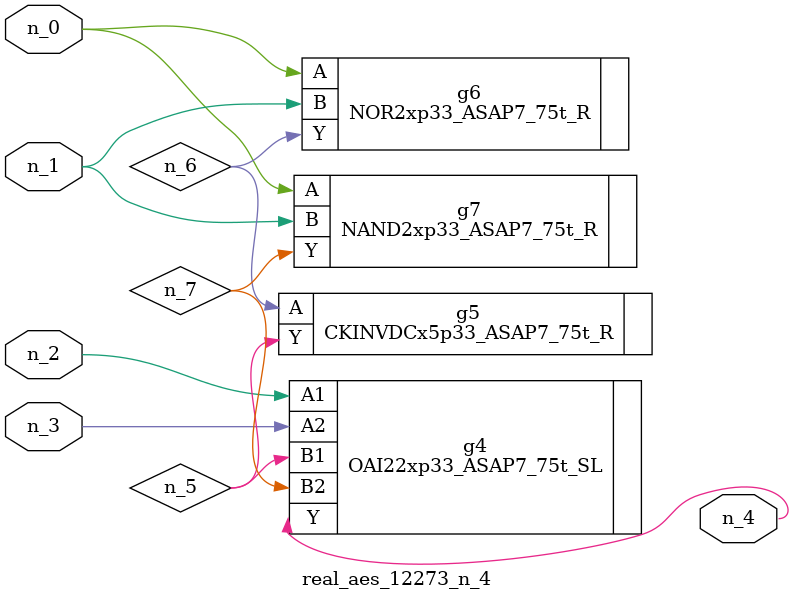
<source format=v>
module real_aes_12273_n_4 (n_0, n_3, n_2, n_1, n_4);
input n_0;
input n_3;
input n_2;
input n_1;
output n_4;
wire n_5;
wire n_7;
wire n_6;
NOR2xp33_ASAP7_75t_R g6 ( .A(n_0), .B(n_1), .Y(n_6) );
NAND2xp33_ASAP7_75t_R g7 ( .A(n_0), .B(n_1), .Y(n_7) );
OAI22xp33_ASAP7_75t_SL g4 ( .A1(n_2), .A2(n_3), .B1(n_5), .B2(n_7), .Y(n_4) );
CKINVDCx5p33_ASAP7_75t_R g5 ( .A(n_6), .Y(n_5) );
endmodule
</source>
